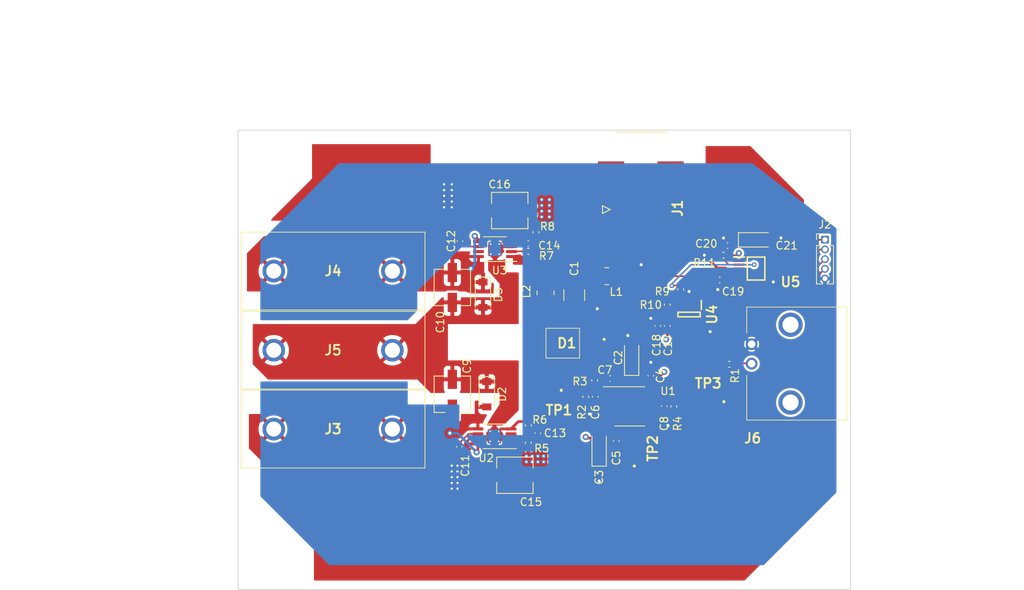
<source format=kicad_pcb>
(kicad_pcb (version 20211014) (generator pcbnew)
  (layers (0 "F.Cu" signal) (1 "In1.Cu" signal) (2 "In2.Cu" signal) (31 "B.Cu" signal) (34 "B.Paste" user) (35 "F.Paste" user) (36 "B.SilkS" user "B.Silkscreen") (37 "F.SilkS" user "F.Silkscreen") (38 "B.Mask" user) (39 "F.Mask" user) (44 "Edge.Cuts" user))
  (net 0 "")
  (net 1 "VREF_LOWER")
  (net 2 "/T_MID")
  (net 3 "+5VA")
  (net 4 "-5VA")
  (net 5 "/detector_frontend/CSA_IN")
  (net 6 "/detector_frontend/CSA_FB")
  (net 7 "Net-(C7-Pad1)")
  (net 8 "Net-(C7-Pad2)")
  (net 9 "/comparator/V_IN")
  (net 10 "/Power Regulators/-VIN")
  (net 11 "/Power Regulators/+VIN")
  (net 12 "Net-(C11-Pad1)")
  (net 13 "Net-(C12-Pad1)")
  (net 14 "Net-(C13-Pad2)")
  (net 15 "Net-(C14-Pad2)")
  (net 16 "Net-(C19-Pad1)")
  (net 17 "/detector_frontend/VBIAS")
  (net 18 "/BIAS_IN")
  (net 19 "/threshold_setting/SPI.~{SYNC}")
  (net 20 "/threshold_setting/SPI.SCK")
  (net 21 "/threshold_setting/SPI.SDI")
  (net 22 "/threshold_setting/SPI.SDO")
  (net 23 "Net-(J6-Pad1)")
  (net 24 "/comparator/COMP_OUT")
  (net 25 "/comparator/VREF")
  (net 26 "Net-(R10-Pad1)")
  (net 30 "GNDA")
  (footprint "cosmic_ray_detector_lib:MAL215375109E3" (layer "F.Cu") (at 88.076 82.469001 -90)
    (fp_text reference "C10")
    (fp_text value "10uF" hide)
  )
  (footprint "Inductor_SMD:L_1008_2520Metric" (layer "F.Cu") (at 108.25 81 180)
    (fp_text reference "L1")
    (fp_text value "L" hide)
  )
  (footprint "NetTie:NetTie-2_SMD_Pad0.5mm" (layer "F.Cu") (at 123.25 80)
    (fp_text reference "NT1" hide)
    (fp_text value "NetTie_2" hide)
  )
  (footprint "cosmic_ray_detector_lib:MAL215375109E3" (layer "F.Cu") (at 88.076 96.42 -90)
    (fp_text reference "C9")
    (fp_text value "10uF" hide)
  )
  (footprint "cosmic_ray_detector_lib:harwin_tp_SMD" (layer "F.Cu") (at 100 96)
    (fp_text reference "TP1")
    (fp_text value "TestPoint" hide)
  )
  (footprint "Capacitor_SMD:C_1210_3225Metric" (layer "F.Cu") (at 104 83.475 90)
    (fp_text reference "C1")
    (fp_text value "C" hide)
  )
  (footprint "cosmic_ray_detector_lib:SOP50P490X110-10N" (layer "F.Cu") (at 127.75 80)
    (fp_text reference "U5")
    (fp_text value "AD5270BRMZ-100-RL7" hide)
  )
  (footprint "cosmic_ray_detector_lib:C_0402_1005Metric" (layer "F.Cu") (at 99.25 101.5 90)
    (fp_text reference "C13")
    (fp_text value "10nF")
  )
  (footprint "Capacitor_Tantalum_SMD:CP_EIA-3216-12_Kemet-S" (layer "F.Cu") (at 127.75 76.25)
    (fp_text reference "C21")
    (fp_text value "10uF" hide)
  )
  (footprint "Capacitor_Tantalum_SMD:CP_EIA-3216-12_Kemet-S" (layer "F.Cu") (at 107.25 103.5 90)
    (fp_text reference "C3")
    (fp_text value "10uF" hide)
  )
  (footprint "cosmic_ray_detector_lib:R_0402_1005Metric" (layer "F.Cu") (at 98 100.5 90)
    (fp_text reference "R6")
    (fp_text value "10k" hide)
  )
  (footprint "cosmic_ray_detector_lib:R_0402_1005Metric" (layer "F.Cu") (at 98 102.75 90)
    (fp_text reference "R5")
    (fp_text value "13k" hide)
  )
  (footprint "cosmic_ray_detector_lib:harwin_tp_SMD" (layer "F.Cu") (at 121.25 97.5)
    (fp_text reference "TP3")
    (fp_text value "~" hide)
  )
  (footprint "cosmic_ray_detector_lib:R_0402_1005Metric" (layer "F.Cu") (at 105.5 96.75 90)
    (fp_text reference "R2")
    (fp_text value "R_US" hide)
  )
  (footprint "cosmic_ray_detector_lib:C_0402_1005Metric" (layer "F.Cu") (at 115.75 97.98 90)
    (fp_text reference "C8")
    (fp_text value "~")
  )
  (footprint "cosmic_ray_detector_lib:R_0402_1005Metric" (layer "F.Cu") (at 98 77.75 180)
    (fp_text reference "R7")
    (fp_text value "12.7k" hide)
  )
  (footprint "cosmic_ray_detector_lib:R_0402_1005Metric" (layer "F.Cu") (at 106.675 94.605 90)
    (fp_text reference "R3")
    (fp_text value "~" hide)
  )
  (footprint "cosmic_ray_detector_lib:D_SOD-123" (layer "F.Cu") (at 92.076 83.42 -90)
    (fp_text reference "D3")
    (fp_text value "12V" hide)
  )
  (footprint "cosmic_ray_detector_lib:MOLEX_731375003" (layer "F.Cu") (at 127.17 92.42 90)
    (fp_text reference "J6")
    (fp_text value "BNC" hide)
  )
  (footprint "cosmic_ray_detector_lib:R_0402_1005Metric" (layer "F.Cu") (at 117.905 82.73 -90)
    (fp_text reference "R9")
    (fp_text value "~" hide)
  )
  (footprint "cosmic_ray_detector_lib:MSOP-8-1EP_3x3mm_P0.65mm_EP1.73x1.85mm_ThermalVias" (layer "F.Cu") (at 93.646 77.46 180)
    (fp_text reference "U3")
    (fp_text value "TPS7A49" hide)
  )
  (footprint "cosmic_ray_detector_lib:C_0402_1005Metric" (layer "F.Cu") (at 109.5 102.52 90)
    (fp_text reference "C5")
    (fp_text value "0.1uF")
  )
  (footprint "cosmic_ray_detector_lib:C_0402_1005Metric" (layer "F.Cu") (at 89 103.27 -90)
    (fp_text reference "C11")
    (fp_text value "22nF")
  )
  (footprint "Inductor_SMD:L_1008_2520Metric" (layer "F.Cu") (at 100.25 83.175 -90)
    (fp_text reference "L2")
    (fp_text value "L" hide)
  )
  (footprint "cosmic_ray_detector_lib:242432" (layer "F.Cu") (at 64.75 100.97)
    (fp_text reference "J3")
    (fp_text value "Black Banana" hide)
  )
  (footprint "cosmic_ray_detector_lib:242431" (layer "F.Cu") (at 64.75 80.3281)
    (fp_text reference "J4")
    (fp_text value "Red Banana" hide)
  )
  (footprint "cosmic_ray_detector_lib:C_0402_1005Metric" (layer "F.Cu") (at 114.905 87.48 90)
    (fp_text reference "C18")
    (fp_text value "2.2uF")
  )
  (footprint "cosmic_ray_detector_lib:VBPW34FAS" (layer "F.Cu") (at 102.5 89.75 180)
    (fp_text reference "D1")
    (fp_text value "VBPW34FAS" hide)
  )
  (footprint "cosmic_ray_detector_lib:R_0402_1005Metric" (layer "F.Cu") (at 123.49 78.25 180)
    (fp_text reference "R11")
    (fp_text value "R_US" hide)
  )
  (footprint "cosmic_ray_detector_lib:R_0402_1005Metric" (layer "F.Cu") (at 116.155 84.72 -90)
    (fp_text reference "R10")
    (fp_text value "R_US" hide)
  )
  (footprint "cosmic_ray_detector_lib:C_0402_1005Metric" (layer "F.Cu") (at 123 81.5 180)
    (fp_text reference "C19")
    (fp_text value "1uF")
  )
  (footprint "MountingHole:MountingHole_3.2mm_M3_DIN965" (layer "F.Cu") (at 135.076 66.92)
    (fp_text reference "REF**" hide)
    (fp_text value "MountingHole_3.2mm_M3_DIN965" hide)
  )
  (footprint "Capacitor_Tantalum_SMD:CP_EIA-3216-12_Kemet-S" (layer "F.Cu") (at 111.5 91.65 90)
    (fp_text reference "C2")
    (fp_text value "10uF" hide)
  )
  (footprint "cosmic_ray_detector_lib:C_0402_1005Metric" (layer "F.Cu") (at 116.155 87.48 90)
    (fp_text reference "C17")
    (fp_text value "0.1uF")
  )
  (footprint "Connector_PinHeader_1.27mm:PinHeader_1x05_P1.27mm_Vertical" (layer "F.Cu") (at 136.75 76.23)
    (fp_text reference "J2")
    (fp_text value "5 pin pin header" hide)
  )
  (footprint "cosmic_ray_detector_lib:MAL215375109E3" (layer "F.Cu") (at 95.576 72.42 180)
    (fp_text reference "C16")
    (fp_text value "10uF" hide)
  )
  (footprint "cosmic_ray_detector_lib:MSOP-8-1EP_3x3mm_P0.65mm_EP1.73x1.85mm_ThermalVias" (layer "F.Cu") (at 93.576 101.92 180)
    (fp_text reference "U2")
    (fp_text value "TPS7A30" hide)
  )
  (footprint "cosmic_ray_detector_lib:242434" (layer "F.Cu") (at 64.75 90.67)
    (fp_text reference "J5")
    (fp_text value "Green Banana" hide)
  )
  (footprint "MountingHole:MountingHole_3.2mm_M3_DIN965" (layer "F.Cu") (at 135.076 116.92)
    (fp_text reference "REF**" hide)
    (fp_text value "MountingHole_3.2mm_M3_DIN965" hide)
  )
  (footprint "cosmic_ray_detector_lib:C_0402_1005Metric" (layer "F.Cu") (at 114 94 90)
    (fp_text reference "C4")
    (fp_text value "0.1uF")
  )
  (footprint "cosmic_ray_detector_lib:C_0402_1005Metric" (layer "F.Cu") (at 89.076 76.42 90)
    (fp_text reference "C12")
    (fp_text value "22nF")
  )
  (footprint "cosmic_ray_detector_lib:R_0402_1005Metric" (layer "F.Cu") (at 124.25 92.5)
    (fp_text reference "R1")
    (fp_text value "R_US" hide)
  )
  (footprint "cosmic_ray_detector_lib:R_0402_1005Metric" (layer "F.Cu") (at 117 98.01 90)
    (fp_text reference "R4")
    (fp_text value "~" hide)
  )
  (footprint "cosmic_ray_detector_lib:MAL215375109E3" (layer "F.Cu") (at 96.25 107 180)
    (fp_text reference "C15")
    (fp_text value "10uF" hide)
  )
  (footprint "MountingHole:MountingHole_3.2mm_M3_DIN965" (layer "F.Cu") (at 65.076 66.92)
    (fp_text reference "REF**" hide)
    (fp_text value "MountingHole_3.2mm_M3_DIN965" hide)
  )
  (footprint "cosmic_ray_detector_lib:C_0402_1005Metric" (layer "F.Cu") (at 124.02 77 180)
    (fp_text reference "C20")
    (fp_text value "0.1uF")
  )
  (footprint "Package_SO:SO-8_3.9x4.9mm_P1.27mm" (layer "F.Cu") (at 111.25 98)
    (fp_text reference "U1")
    (fp_text value "TL072" hide)
  )
  (footprint "cosmic_ray_detector_lib:R_0402_1005Metric" (layer "F.Cu") (at 99 75.26 90)
    (fp_text reference "R8")
    (fp_text value "10k" hide)
  )
  (footprint "MountingHole:MountingHole_3.2mm_M3_DIN965" (layer "F.Cu") (at 65.076 116.92)
    (fp_text reference "REF**" hide)
    (fp_text value "MountingHole_3.2mm_M3_DIN965" hide)
  )
  (footprint "cosmic_ray_detector_lib:C_0402_1005Metric" (layer "F.Cu") (at 97.98 76.75 180)
    (fp_text reference "C14")
    (fp_text value "10nF")
  )
  (footprint "cosmic_ray_detector_lib:C_0402_1005Metric" (layer "F.Cu") (at 108.675 94.365 180)
    (fp_text reference "C7")
    (fp_text value "~")
  )
  (footprint "cosmic_ray_detector_lib:4304502_09" (layer "F.Cu") (at 112.696901 74.6154 90)
    (fp_text reference "J1")
    (fp_text value "MOLEX micro-fit 43045-0210" hide)
  )
  (footprint "cosmic_ray_detector_lib:SOT95P280X145-6N" (layer "F.Cu") (at 119 86 -90)
    (fp_text reference "U4")
    (fp_text value "TLV3501AIDBVTG4" hide)
  )
  (footprint "cosmic_ray_detector_lib:C_0402_1005Metric" (layer "F.Cu") (at 106.75 96.75 90)
    (fp_text reference "C6")
    (fp_text value "C")
  )
  (footprint "cosmic_ray_detector_lib:D_SOD-123" (layer "F.Cu") (at 92.576 96.42 -90)
    (fp_text reference "D2")
    (fp_text value "12V" hide)
  )
  (footprint "cosmic_ray_detector_lib:harwin_tp_SMD" (layer "F.Cu") (at 111.75 103.5 -90)
    (fp_text reference "TP2")
    (fp_text value "~" hide)
  )
  (gr_rect (start 60.076 61.92) (end 140.076 121.92) (layer "Edge.Cuts") (width 0.1) (fill none))
  (segment (start 125.525 80) (end 123.75 80) (width 0.2) (layer "F.Cu") (net 1))
  (segment (start 114 94.48) (end 112.98 94.48) (width 0.35) (layer "F.Cu") (net 3))
  (segment (start 116.155 89.095) (end 116 89.25) (width 0.35) (layer "F.Cu") (net 3))
  (segment (start 124.5 77) (end 125.65 77) (width 0.2) (layer "F.Cu") (net 3))
  (segment (start 114.905 87.96) (end 116.155 87.96) (width 0.35) (layer "F.Cu") (net 3))
  (segment (start 113.825 96.095) (end 113.825 94.655) (width 0.35) (layer "F.Cu") (net 3))
  (segment (start 125.25 78.25) (end 125.5 78) (width 0.2) (layer "F.Cu") (net 3))
  (segment (start 114.77 94.48) (end 114 94.48) (width 0.35) (layer "F.Cu") (net 3))
  (segment (start 125.525 79) (end 124.75 79) (width 0.2) (layer "F.Cu") (net 3))
  (segment (start 124.75 79) (end 124 78.25) (width 0.2) (layer "F.Cu") (net 3))
  (segment (start 117.34 87.96) (end 116.155 87.96) (width 0.35) (layer "F.Cu") (net 3))
  (segment (start 118.05 87.25) (end 117.34 87.96) (width 0.35) (layer "F.Cu") (net 3))
  (segment (start 124 78.25) (end 125.25 78.25) (width 0.2) (layer "F.Cu") (net 3))
  (segment (start 115.75 93.5) (end 114.77 94.48) (width 0.35) (layer "F.Cu") (net 3))
  (segment (start 113.825 94.655) (end 114 94.48) (width 0.35) (layer "F.Cu") (net 3))
  (segment (start 124 78.25) (end 124.5 77.75) (width 0.2) (layer "F.Cu") (net 3))
  (segment (start 124.5 77.75) (end 124.5 77) (width 0.2) (layer "F.Cu") (net 3))
  (segment (start 116.155 87.96) (end 116.155 89.095) (width 0.35) (layer "F.Cu") (net 3))
  (segment (start 112.98 94.48) (end 111.5 93) (width 0.35) (layer "F.Cu") (net 3))
  (segment (start 125.65 77) (end 126.4 76.25) (width 0.2) (layer "F.Cu") (net 3))
  (via (at 100.75 73.25) (size 0.6) (drill 0.3) (layers "F.Cu" "B.Cu") (net 3))
  (via (at 99.75 71.75) (size 0.6) (drill 0.3) (layers "F.Cu" "B.Cu") (net 3))
  (via (at 115.75 93.5) (size 0.8) (drill 0.4) (layers "F.Cu" "B.Cu") (net 3))
  (via (at 125.5 78) (size 0.8) (drill 0.4) (layers "F.Cu" "B.Cu") (net 3))
  (via (at 100.75 72.5) (size 0.6) (drill 0.3) (layers "F.Cu" "B.Cu") (net 3))
  (via (at 99.75 73.25) (size 0.6) (drill 0.3) (layers "F.Cu" "B.Cu") (net 3))
  (via (at 100.75 71.75) (size 0.6) (drill 0.3) (layers "F.Cu" "B.Cu") (net 3))
  (via (at 99.75 72.5) (size 0.6) (drill 0.3) (layers "F.Cu" "B.Cu") (net 3))
  (via (at 99.75 71) (size 0.6) (drill 0.3) (layers "F.Cu" "B.Cu") (net 3))
  (via (at 116 89.25) (size 0.8) (drill 0.4) (layers "F.Cu" "B.Cu") (net 3))
  (via (at 100.75 71) (size 0.6) (drill 0.3) (layers "F.Cu" "B.Cu") (net 3))
  (segment (start 107.25 102.15) (end 105.65 102.15) (width 0.35) (layer "F.Cu") (net 4))
  (segment (start 105.65 102.15) (end 105.5 102) (width 0.35) (layer "F.Cu") (net 4))
  (segment (start 109.5 102.04) (end 109.5 100.73) (width 0.35) (layer "F.Cu") (net 4))
  (segment (start 108.675 99.905) (end 107.25 101.33) (width 0.35) (layer "F.Cu") (net 4))
  (segment (start 109.5 100.73) (end 108.675 99.905) (width 0.35) (layer "F.Cu") (net 4))
  (segment (start 107.25 101.33) (end 107.25 102.15) (width 0.35) (layer "F.Cu") (net 4))
  (via (at 100 105.25) (size 0.6) (drill 0.3) (layers "F.Cu" "B.Cu") (net 4))
  (via (at 99.25 104.5) (size 0.6) (drill 0.3) (layers "F.Cu" "B.Cu") (net 4))
  (via (at 99.25 105.25) (size 0.6) (drill 0.3) (layers "F.Cu" "B.Cu") (net 4))
  (via (at 105.5 102) (size 0.8) (drill 0.4) (layers "F.Cu" "B.Cu") (net 4))
  (via (at 97.75 105.25) (size 0.6) (drill 0.3) (layers "F.Cu" "B.Cu") (net 4))
  (via (at 100 104.5) (size 0.6) (drill 0.3) (layers "F.Cu" "B.Cu") (net 4))
  (via (at 98.5 105.25) (size 0.6) (drill 0.3) (layers "F.Cu" "B.Cu") (net 4))
  (via (at 97.75 104.5) (size 0.6) (drill 0.3) (layers "F.Cu" "B.Cu") (net 4))
  (via (at 98.5 104.5) (size 0.6) (drill 0.3) (layers "F.Cu" "B.Cu") (net 4))
  (segment (start 106.75 97.23) (end 108.54 97.23) (width 0.2) (layer "F.Cu") (net 5))
  (segment (start 100 96) (end 103.707107 96) (width 0.2) (layer "F.Cu") (net 5))
  (segment (start 104.842843 97.26) (end 105.5 97.26) (width 0.2) (layer "F.Cu") (net 5))
  (segment (start 105.53 97.23) (end 105.5 97.26) (width 0.2) (layer "F.Cu") (net 5))
  (segment (start 106.75 97.23) (end 105.53 97.23) (width 0.2) (layer "F.Cu") (net 5))
  (segment (start 108.54 97.23) (end 108.675 97.365) (width 0.2) (layer "F.Cu") (net 5))
  (segment (start 104 94.665685) (end 104 96.292893) (width 0.2) (layer "F.Cu") (net 5))
  (segment (start 106.016421 92.483579) (end 104.117157 94.382843) (width 0.2) (layer "F.Cu") (net 5))
  (segment (start 106.075 89.75) (end 106.075 92.342157) (width 0.2) (layer "F.Cu") (net 5))
  (segment (start 104.146447 96.646447) (end 104.701422 97.201422) (width 0.2) (layer "F.Cu") (net 5))
  (segment (start 103.707107 96) (end 104 96.292893) (width 0.2) (layer "F.Cu") (net 5))
  (arc (start 104 94.665685) (mid 104.030448 94.512612) (end 104.117157 94.382843) (width 0.2) (layer "F.Cu") (net 5))
  (arc (start 104.701422 97.201422) (mid 104.766307 97.244776) (end 104.842843 97.26) (width 0.2) (layer "F.Cu") (net 5))
  (arc (start 104 96.292893) (mid 104.03806 96.484235) (end 104.146447 96.646447) (width 0.2) (layer "F.Cu") (net 5))
  (arc (start 106.016421 92.483579) (mid 106.059776 92.418694) (end 106.075 92.342157) (width 0.2) (layer "F.Cu") (net 5))
  (segment (start 111.75 98.5) (end 109.5 96.25) (width 0.2) (layer "F.Cu") (net 6))
  (segment (start 106.75 96.27) (end 106.75 95.19) (width 0.2) (layer "F.Cu") (net 6))
  (segment (start 105.5 96.24) (end 106.72 96.24) (width 0.2) (layer "F.Cu") (net 6))
  (segment (start 106.72 96.24) (end 106.75 96.27) (width 0.2) (layer "F.Cu") (net 6))
  (segment (start 108.675 96.095) (end 106.925 96.095) (width 0.2) (layer "F.Cu") (net 6))
  (segment (start 106.925 96.095) (end 106.75 96.27) (width 0.2) (layer "F.Cu") (net 6))
  (segment (start 111.75 103.5) (end 111.75 98.5) (width 0.2) (layer "F.Cu") (net 6))
  (segment (start 106.75 95.19) (end 106.675 95.115) (width 0.2) (layer "F.Cu") (net 6))
  (segment (start 108.25 93.25) (end 109.155 94.155) (width 0.2) (layer "F.Cu") (net 7))
  (segment (start 106.675 94.095) (end 107.52 93.25) (width 0.2) (layer "F.Cu") (net 7))
  (segment (start 109.155 94.155) (end 109.155 94.365) (width 0.2) (layer "F.Cu") (net 7))
  (segment (start 107.52 93.25) (end 108.25 93.25) (width 0.2) (layer "F.Cu") (net 7))
  (segment (start 109.08 95.25) (end 109.75 95.25) (width 0.2) (layer "F.Cu") (net 8))
  (segment (start 109.75 95.25) (end 113.135 98.635) (width 0.2) (layer "F.Cu") (net 8))
  (segment (start 113.825 98.635) (end 115.575 98.635) (width 0.2) (layer "F.Cu") (net 8))
  (segment (start 108.195 94.365) (end 109.08 95.25) (width 0.2) (layer "F.Cu") (net 8))
  (segment (start 115.81 98.52) (end 115.75 98.46) (width 0.2) (layer "F.Cu") (net 8))
  (segment (start 117 98.52) (end 115.81 98.52) (width 0.2) (layer "F.Cu") (net 8))
  (segment (start 115.575 98.635) (end 115.75 98.46) (width 0.2) (layer "F.Cu") (net 8))
  (segment (start 113.135 98.635) (end 113.825 98.635) (width 0.2) (layer "F.Cu") (net 8))
  (segment (start 119.95 82.2) (end 119.95 84.75) (width 0.2) (layer "F.Cu") (net 9))
  (segment (start 117 97.5) (end 121.25 97.5) (width 0.2) (layer "F.Cu") (net 9))
  (segment (start 115.75 97.5) (end 113.96 97.5) (width 0.2) (layer "F.Cu") (net 9))
  (segment (start 117 97.5) (end 117 92.5) (width 0.2) (layer "F.Cu") (net 9))
  (segment (start 117 97.5) (end 115.75 97.5) (width 0.2) (layer "F.Cu") (net 9))
  (segment (start 112.75 88.25) (end 112.75 84) (width 0.2) (layer "F.Cu") (net 9))
  (segment (start 112.75 84) (end 115.75 81) (width 0.2) (layer "F.Cu") (net 9))
  (segment (start 118.75 81) (end 119.95 82.2) (width 0.2) (layer "F.Cu") (net 9))
  (segment (start 113.96 97.5) (end 113.825 97.365) (width 0.2) (layer "F.Cu") (net 9))
  (segment (start 117 92.5) (end 112.75 88.25) (width 0.2) (layer "F.Cu") (net 9))
  (segment (start 115.75 81) (end 118.75 81) (width 0.2) (layer "F.Cu") (net 9))
  (segment (start 91.4135 102.895) (end 91.4135 103.8365) (width 0.35) (layer "F.Cu") (net 10))
  (segment (start 91.4135 103.8365) (end 91.25 104) (width 0.35) (layer "F.Cu") (net 10))
  (via (at 87.75 101.5) (size 0.8) (drill 0.4) (layers "F.Cu" "B.Cu") (net 10))
  (via (at 91.25 104) (size 0.8) (drill 0.4) (layers "F.Cu" "B.Cu") (net 10))
  (segment (start 88.75 101.5) (end 87.75 101.5) (width 0.35) (layer "B.Cu") (net 10))
  (segment (start 91.25 104) (end 88.75 101.5) (width 0.35) (layer "B.Cu") (net 10))
  (segment (start 91.4835 76.485) (end 91.4835 76.2335) (width 0.35) (layer "F.Cu") (net 11))
  (segment (start 91.4835 79.0165) (end 91.4835 78.435) (width 0.35) (layer "F.Cu") (net 11))
  (segment (start 91.4835 76.2335) (end 91 75.75) (width 0.35) (layer "F.Cu") (net 11))
  (segment (start 90.5 80) (end 91.4835 79.0165) (width 0.35) (layer "F.Cu") (net 11))
  (via (at 91 75.75) (size 0.8) (drill 0.4) (layers "F.Cu" "B.Cu") (net 11))
  (via (at 90.5 80) (size 0.8) (drill 0.4) (layers "F.Cu" "B.Cu") (net 11))
  (segment (start 91 79.5) (end 90.5 80) (width 0.35) (layer "B.Cu") (net 11))
  (segment (start 91 75.75) (end 91 79.5) (width 0.35) (layer "B.Cu") (net 11))
  (segment (start 90.195 101.595) (end 91.4135 101.595) (width 0.2) (layer "F.Cu") (net 12))
  (segment (start 89 102.79) (end 90.195 101.595) (width 0.2) (layer "F.Cu") (net 12))
  (segment (start 91.4835 77.135) (end 89.311 77.135) (width 0.2) (layer "F.Cu") (net 13))
  (segment (start 89.311 77.135) (end 89.076 76.9) (width 0.2) (layer "F.Cu") (net 13))
  (segment (start 99.24 101.01) (end 99.25 101.02) (width 0.2) (layer "F.Cu") (net 14))
  (segment (start 95.7435 102.24) (end 95.7385 102.245) (width 0.2) (layer "F.Cu") (net 14))
  (segment (start 98 101.01) (end 98 102.24) (width 0.2) (layer "F.Cu") (net 14))
  (segment (start 98 102.24) (end 95.7435 102.24) (width 0.2) (layer "F.Cu") (net 14))
  (segment (start 98 101.01) (end 99.24 101.01) (width 0.2) (layer "F.Cu") (net 14))
  (segment (start 97.5 76.75) (end 97.5 77.74) (width 0.2) (layer "F.Cu") (net 15))
  (segment (start 98.437715 75.77) (end 97.5 76.707715) (width 0.2) (layer "F.Cu") (net 15))
  (segment (start 95.8435 77.75) (end 95.8085 77.785) (width 0.2) (layer "F.Cu") (net 15))
  (segment (start 97.5 76.707715) (end 97.5 76.75) (width 0.2) (layer "F.Cu") (net 15))
  (segment (start 97.49 77.75) (end 95.8435 77.75) (width 0.2) (layer "F.Cu") (net 15))
  (segment (start 99 75.77) (end 98.437715 75.77) (width 0.2) (layer "F.Cu") (net 15))
  (segment (start 97.5 77.74) (end 97.49 77.75) (width 0.2) (layer "F.Cu") (net 15))
  (segment (start 123.930489 81.049511) (end 125.525 81.049511) (width 0.2) (layer "F.Cu") (net 16))
  (segment (start 123.48 81.5) (end 123.930489 81.049511) (width 0.2) (layer "F.Cu") (net 16))
  (segment (start 98.925 85.575) (end 98.925 89.75) (width 0.5) (layer "F.Cu") (net 17))
  (segment (start 100.25 84.25) (end 98.925 85.575) (width 0.5) (layer "F.Cu") (net 17))
  (segment (start 109.500736 75.496564) (end 112.696901 72.3004) (width 0.25) (layer "F.Cu") (net 18))
  (segment (start 109.325 75.920828) (end 109.325 81) (width 0.25) (layer "F.Cu") (net 18))
  (arc (start 109.325 75.920828) (mid 109.370672 75.691218) (end 109.500736 75.496564) (width 0.25) (layer "F.Cu") (net 18))
  (segment (start 136.02 76.23) (end 136.75 76.23) (width 0.2) (layer "F.Cu") (net 19))
  (segment (start 129.975 79) (end 133.25 79) (width 0.2) (layer "F.Cu") (net 19))
  (segment (start 133.25 79) (end 136.02 76.23) (width 0.2) (layer "F.Cu") (net 19))
  (segment (start 134.821292 78.784041) (end 134.704139 78.901195) (width 0.2) (layer "F.Cu") (net 20))
  (segment (start 134.704139 78.901195) (end 134.105335 79.5) (width 0.2) (layer "F.Cu") (net 20))
  (segment (start 134.938446 78.052666) (end 134.938446 78.052667) (width 0.2) (layer "F.Cu") (net 20))
  (segment (start 136.105335 77.5) (end 135.552668 78.052667) (width 0.2) (layer "F.Cu") (net 20))
  (segment (start 136.75 77.5) (end 136.105335 77.5) (width 0.2) (layer "F.Cu") (net 20))
  (segment (start 134.821291 78.784042) (end 134.821292 78.784041) (width 0.2) (layer "F.Cu") (net 20))
  (segment (start 134.938446 78.052667) (end 134.821292 78.16982) (width 0.2) (layer "F.Cu") (net 20))
  (segment (start 134.105335 79.5) (end 129.975 79.5) (width 0.2) (layer "F.Cu") (net 20))
  (segment (start 134.821292 78.47693) (end 134.821292 78.476931) (width 0.2) (layer "F.Cu") (net 20))
  (segment (start 135.245556 78.052667) (end 135.245557 78.052667) (width 0.2) (layer "F.Cu") (net 20))
  (arc (start 135.552668 78.052667) (mid 135.399112 78.116272) (end 135.245556 78.052667) (width 0.2) (layer "F.Cu") (net 20))
  (arc (start 134.821292 78.16982) (mid 134.757687 78.323375) (end 134.821292 78.47693) (width 0.2) (layer "F.Cu") (net 20))
  (arc (start 134.821292 78.476931) (mid 134.884896 78.630487) (end 134.821291 78.784042) (width 0.2) (layer "F.Cu") (net 20))
  (arc (start 135.245557 78.052667) (mid 135.092002 77.989062) (end 134.938446 78.052666) (width 0.2) (layer "F.Cu") (net 20))
  (segment (start 136.75 78.77) (end 135.52 80) (width 0.2) (layer "F.Cu") (net 21))
  (segment (start 129.975 80) (end 134.32 80) (width 0.2) (layer "F.Cu") (net 21))
  (arc (start 135.52 80) (mid 135.307868 79.912132) (end 135.22 79.7) (width 0.2) (layer "F.Cu") (net 21))
  (arc (start 134.92 79.4) (mid 134.707868 79.487868) (end 134.62 79.7) (width 0.2) (layer "F.Cu") (net 21))
  (arc (start 134.62 79.7) (mid 134.532132 79.912132) (end 134.32 80) (width 0.2) (layer "F.Cu") (net 21))
  (arc (start 135.22 79.7) (mid 135.132132 79.487868) (end 134.92 79.4) (width 0.2) (layer "F.Cu") (net 21))
  (segment (start 136.75 80.04) (end 136.29 80.5) (width 0.2) (layer "F.Cu") (net 22))
  (segment (start 129.975 80.5) (end 133.3 80.5) (width 0.2) (layer "F.Cu") (net 22))
  (segment (start 134.2 80.8) (end 134.2 80.974756) (width 0.2) (layer "F.Cu") (net 22))
  (segment (start 136.29 80.5) (end 134.5 80.5) (width 0.2) (layer "F.Cu") (net 22))
  (segment (start 133.6 80.974756) (end 133.6 80.8) (width 0.2) (layer "F.Cu") (net 22))
  (arc (start 134.2 80.974756) (mid 134.112132 81.186888) (end 133.9 81.274756) (width 0.2) (layer "F.Cu") (net 22))
  (arc (start 133.9 81.274756) (mid 133.687868 81.186888) (end 133.6 80.974756) (width 0.2) (layer "F.Cu") (net 22))
  (arc (start 133.6 80.8) (mid 133.512132 80.587868) (end 133.3 80.5) (width 0.2) (layer "F.Cu") (net 22))
  (arc (start 134.5 80.5) (mid 134.287868 80.587868) (end 134.2 80.8) (width 0.2) (layer "F.Cu") (net 22))
  (segment (start 124.8819 92.3781) (end 127.691 92.3781) (width 0.2) (layer "F.Cu") (net 23))
  (segment (start 124.76 92.5) (end 124.8819 92.3781) (width 0.2) (layer "F.Cu") (net 23))
  (segment (start 119 88.05) (end 123.45 92.5) (width 0.2) (layer "F.Cu") (net 24))
  (segment (start 118.750489 86.250489) (end 119 86.5) (width 0.2) (layer "F.Cu") (net 24))
  (segment (start 123.45 92.5) (end 123.74 92.5) (width 0.2) (layer "F.Cu") (net 24))
  (segment (start 119 86.5) (end 119 87.25) (width 0.2) (layer "F.Cu") (net 24))
  (segment (start 117.175489 86.250489) (end 118.750489 86.250489) (width 0.2) (layer "F.Cu") (net 24))
  (segment (start 116.155 85.23) (end 117.175489 86.250489) (width 0.2) (layer "F.Cu") (net 24))
  (segment (start 119 87.25) (end 119 88.05) (width 0.2) (layer "F.Cu") (net 24))
  (segment (start 122.98 78.305925) (end 124.174075 79.5) (width 0.2) (layer "F.Cu") (net 25))
  (segment (start 116.75 82.25) (end 116.78 82.22) (width 0.2) (layer "F.Cu") (net 25))
  (segment (start 116.78 82.22) (end 117.905 82.22) (width 0.2) (layer "F.Cu") (net 25))
  (segment (start 124.174075 79.5) (end 125.525 79.5) (width 0.2) (layer "F.Cu") (net 25))
  (segment (start 122.98 78.25) (end 122.98 78.305925) (width 0.2) (layer "F.Cu") (net 25))
  (segment (start 125.525 79.5) (end 127.5 79.5) (width 0.2) (layer "F.Cu") (net 25))
  (via (at 127.5 79.5) (size 0.6) (drill 0.3) (layers "F.Cu" "B.Cu") (net 25))
  (via (at 116.75 82.25) (size 0.6) (drill 0.3) (layers "F.Cu" "B.Cu") (net 25))
  (segment (start 116.75 82) (end 119.25 79.5) (width 0.2) (layer "B.Cu") (net 25))
  (segment (start 119.25 79.5) (end 127.5 79.5) (width 0.2) (layer "B.Cu") (net 25))
  (segment (start 116.75 82.25) (end 116.75 82) (width 0.2) (layer "B.Cu") (net 25))
  (segment (start 117.905 84.605) (end 118.05 84.75) (width 0.2) (layer "F.Cu") (net 26))
  (segment (start 117.905 83.24) (end 117.905 84.605) (width 0.2) (layer "F.Cu") (net 26))
  (segment (start 116.695 84.75) (end 116.155 84.21) (width 0.2) (layer "F.Cu") (net 26))
  (segment (start 118.05 84.75) (end 116.695 84.75) (width 0.2) (layer "F.Cu") (net 26))
  (segment (start 119.95 87.25) (end 120.75 87.25) (width 0.35) (layer "F.Cu") (net 30))
  (segment (start 123.998327 80.599511) (end 123.501673 80.599511) (width 0.2) (layer "F.Cu") (net 30))
  (segment (start 89.076 75.94) (end 89.076 73.076) (width 0.35) (layer "F.Cu") (net 30))
  (segment (start 124.097838 80.5) (end 123.998327 80.599511) (width 0.2) (layer "F.Cu") (net 30))
  (segment (start 95.7385 100.945) (end 94.451 100.945) (width 0.35) (layer "F.Cu") (net 30))
  (segment (start 122.52 82.52) (end 122.75 82.75) (width 0.35) (layer "F.Cu") (net 30))
  (segment (start 94.451 100.945) (end 94.126 101.27) (width 0.35) (layer "F.Cu") (net 30))
  (segment (start 96.6935 99.99) (end 95.7385 100.945) (width 0.35) (layer "F.Cu") (net 30))
  (segment (start 125.525 80.5) (end 124.097838 80.5) (width 0.2) (layer "F.Cu") (net 30))
  (segment (start 89 105.5) (end 88.75 105.75) (width 0.35) (layer "F.Cu") (net 30))
  (segment (start 108.675 98.635) (end 106.365 98.635) (width 0.35) (layer "F.Cu") (net 30))
  (segment (start 89 103.75) (end 89 105.5) (width 0.35) (layer "F.Cu") (net 30))
  (segment (start 109.1 103) (end 107.25 104.85) (width 0.35) (layer "F.Cu") (net 30))
  (segment (start 123 80.097838) (end 123 80) (width 0.2) (layer "F.Cu") (net 30))
  (segment (start 119 84.75) (end 119 83) (width 0.35) (layer "F.Cu") (net 30))
  (segment (start 99 74.75) (end 97.5435 74.75) (width 0.2) (layer "F.Cu") (net 30))
  (segment (start 123.54 76.04) (end 123.5 76) (width 0.35) (layer "F.Cu") (net 30))
  (segment (start 120.75 87.25) (end 121.75 88.25) (width 0.35) (layer "F.Cu") (net 30))
  (segment (start 114.905 87) (end 114.5 87) (width 0.35) (layer "F.Cu") (net 30))
  (segment (start 130.75 76.25) (end 131 76) (width 0.35) (layer "F.Cu") (net 30))
  (segment (start 129.1 76.25) (end 130.75 76.25) (width 0.35) (layer "F.Cu") (net 30))
  (segment (start 114.5 87) (end 114 86.5) (width 0.35) (layer "F.Cu") (net 30))
  (segment (start 122.75 80) (end 121 78.25) (width 0.35) (layer "F.Cu") (net 30))
  (segment (start 104.3 85.25) (end 107 85.25) (width 0.35) (layer "F.Cu") (net 30))
  (segment (start 106.365 98.635) (end 106 99) (width 0.35) (layer "F.Cu") (net 30))
  (segment (start 129.975 81) (end 129.975 81.725) (width 0.2) (layer "F.Cu") (net 30))
  (segment (start 123.54 77) (end 123.54 76.04) (width 0.35) (layer "F.Cu") (net 30))
  (segment (start 109.5 103) (end 109.1 103) (width 0.35) (layer "F.Cu") (net 30))
  (segment (start 114 93.52) (end 114 92.25) (width 0.35) (layer "F.Cu") (net 30))
  (segment (start 112.696901 79.446901) (end 112.75 79.5) (width 0.35) (layer "F.Cu") (net 30))
  (segment (start 112.696901 76.8085) (end 112.696901 79.446901) (width 0.35) (layer "F.Cu") (net 30))
  (segment (start 98 99.99) (end 96.6935 99.99) (width 0.35) (layer "F.Cu") (net 30))
  (segment (start 104 84.95) (end 104.3 85.25) (width 0.35) (layer "F.Cu") (net 30))
  (segment (start 111.5 89.25) (end 111 88.75) (width 0.35) (layer "F.Cu") (net 30))
  (segment (start 129.975 81.725) (end 130 81.75) (width 0.2) (layer "F.Cu") (net 30))
  (segment (start 107.25 104.85) (end 107.25 107.75) (width 0.35) (layer "F.Cu") (net 30))
  (segment (start 111.5 90.3) (end 111.5 89.25) (width 0.35) (layer "F.Cu") (net 30))
  (segment (start 122.52 81.5) (end 122.52 82.52) (width 0.35) (layer "F.Cu") (net 30))
  (segment (start 89.076 73.076) (end 88 72) (width 0.35) (layer "F.Cu") (net 30))
  (segment (start 115.655 99.905) (end 116.25 100.5) (width 0.35) (layer "F.Cu") (net 30))
  (segment (start 116.155 87) (end 114.905 87) (width 0.35) (layer "F.Cu") (net 30))
  (segment (start 97.5435 74.75) (end 95.8085 76.485) (width 0.2) (layer "F.Cu") (net 30))
  (segment (start 123.501673 80.599511) (end 123 80.097838) (width 0.2) (layer "F.Cu") (net 30))
  (segment (start 113.825 99.905) (end 115.655 99.905) (width 0.35) (layer "F.Cu") (net 30))
  (via (at 88.75 108) (size 0.6) (drill 0.3) (layers "F.Cu" "B.Cu") (net 30))
  (via (at 87 70.5) (size 0.6) (drill 0.3) (layers "F.Cu" "B.Cu") (net 30))
  (via (at 88 71.25) (size 0.6) (drill 0.3) (layers "F.Cu" "B.Cu") (net 30))
  (via (at 111 88.75) (size 0.8) (drill 0.4) (layers "F.Cu" "B.Cu") (net 30))
  (via (at 88.75 106.5) (size 0.6) (drill 0.3) (layers "F.Cu" "B.Cu") (net 30))
  (via (at 122.75 82.75) (size 0.8) (drill 0.4) (layers "F.Cu" "B.Cu") (net 30))
  (via (at 88.75 107.25) (size 0.6) (drill 0.3) (layers "F.Cu" "B.Cu") (net 30))
  (via (at 131 76) (size 0.8) (drill 0.4) (layers "F.Cu" "B.Cu") (net 30))
  (via (at 121 78.25) (size 0.8) (drill 0.4) (layers "F.Cu" "B.Cu") (net 30))
  (via (at 114 92.25) (size 0.8) (drill 0.4) (layers "F.Cu" "B.Cu") (net 30))
  (via (at 130 81.75) (size 0.8) (drill 0.4) (layers "F.Cu" "B.Cu") (net 30))
  (via (at 88 107.25) (size 0.6) (drill 0.3) (layers "F.Cu" "B.Cu") (net 30))
  (via (at 106 99) (size 0.8) (drill 0.4) (layers "F.Cu" "B.Cu") (net 30))
  (via (at 121.75 88.25) (size 0.8) (drill 0.4) (layers "F.Cu" "B.Cu") (net 30))
  (via (at 116.25 100.5) (size 0.8) (drill 0.4) (layers "F.Cu" "B.Cu") (net 30))
  (via (at 88 72) (size 0.6) (drill 0.3) (layers "F.Cu" "B.Cu") (net 30))
  (via (at 88 69) (size 0.6) (drill 0.3) (layers "F.Cu" "B.Cu") (net 30))
  (via (at 112.75 79.5) (size 0.8) (drill 0.4) (layers "F.Cu" "B.Cu") (net 30))
  (via (at 88 106.5) (size 0.6) (drill 0.3) (layers "F.Cu" "B.Cu") (net 30))
  (via (at 114 86.5) (size 0.8) (drill 0.4) (layers "F.Cu" "B.Cu") (net 30))
  (via (at 87 71.25) (size 0.6) (drill 0.3) (layers "F.Cu" "B.Cu") (net 30))
  (via (at 88 108.75) (size 0.6) (drill 0.3) (layers "F.Cu" "B.Cu") (net 30))
  (via (at 87 69) (size 0.6) (drill 0.3) (layers "F.Cu" "B.Cu") (net 30))
  (via (at 88.75 108.75) (size 0.6) (drill 0.3) (layers "F.Cu" "B.Cu") (net 30))
  (via (at 88 105.75) (size 0.6) (drill 0.3) (layers "F.Cu" "B.Cu") (net 30))
  (via (at 88.75 105.75) (size 0.6) (drill 0.3) (layers "F.Cu" "B.Cu") (net 30))
  (via (at 87 69.75) (size 0.6) (drill 0.3) (layers "F.Cu" "B.Cu") (net 30))
  (via (at 88 108) (size 0.6) (drill 0.3) (layers "F.Cu" "B.Cu") (net 30))
  (via (at 107 85.25) (size 0.8) (drill 0.4) (layers "F.Cu" "B.Cu") (net 30))
  (via (at 87 72) (size 0.6) (drill 0.3) (layers "F.Cu" "B.Cu") (net 30))
  (via (at 88 70.5) (size 0.6) (drill 0.3) (layers "F.Cu" "B.Cu") (net 30))
  (via (at 119 83) (size 0.8) (drill 0.4) (layers "F.Cu" "B.Cu") (net 30))
  (via (at 123.5 76) (size 0.8) (drill 0.4) (layers "F.Cu" "B.Cu") (net 30))
  (via (at 88 69.75) (size 0.6) (drill 0.3) (layers "F.Cu" "B.Cu") (net 30))
  (via (at 107.25 107.75) (size 0.8) (drill 0.4) (layers "F.Cu" "B.Cu") (net 30))
  (zone (net 30) (net_name "GNDA") (layer "F.Cu") (connect_pads (clearance 0.3)) (min_thickness 0.254) (fill yes (thermal_gap 0.508) (thermal_bridge_width 0.508) (smoothing fillet))
    (polygon (pts (xy 96.25 111) (xy 87.5 111) (xy 87.5 105) (xy 91.5 105) (xy 92.5 104) (xy 96.25 104)))
  )
  (zone (net 4) (net_name "-5VA") (layer "F.Cu") (connect_pads (clearance 0.3)) (min_thickness 0.254) (fill yes (thermal_gap 0.508) (thermal_bridge_width 0.508) (smoothing fillet))
    (polygon (pts (xy 100.5 103.75) (xy 100.5 110) (xy 96.75 110) (xy 96.75 103.25) (xy 95.75 103.25) (xy 95.75 101.75) (xy 100.5 101.75)))
  )
  (zone (net 2) (net_name "/T_MID") (layer "F.Cu") (connect_pads (clearance 0.3)) (min_thickness 0.254) (fill yes (thermal_gap 0.2) (thermal_bridge_width 0.508) (smoothing fillet))
    (polygon (pts (xy 108.5 82.25) (xy 107.75 83) (xy 99 83) (xy 99 81.875) (xy 99 80.25) (xy 104.25 80.25) (xy 105.5 79.25) (xy 108.5 79.25)))
  )
  (zone (net 11) (net_name "/Power Regulators/+VIN") (layer "F.Cu") (connect_pads (clearance 0.3)) (min_thickness 0.254) (fill yes (thermal_gap 0.508) (thermal_bridge_width 0.508) (smoothing fillet))
    (polygon (pts (xy 87.75 77.75) (xy 92.25 77.75) (xy 92.25 80.5) (xy 93.5 82) (xy 93.5 83.25) (xy 90.5 83.25) (xy 89.75 83) (xy 61.25 83) (xy 61.25 78) (xy 63.5 75.75) (xy 85.75 75.75)))
  )
  (zone (net 0) (net_name "") (layer "F.Cu") (connect_pads (clearance 0.3)) (min_thickness 0.254) (fill yes (thermal_gap 0.508) (thermal_bridge_width 0.508) (smoothing fillet))
    (polygon (pts (xy 126.25 120.75) (xy 70 120.75) (xy 70 112.75) (xy 101.25 112.75) (xy 104.5 109.5) (xy 137.5 109.5)))
  )
  (zone (net 3) (net_name "+5VA") (layer "F.Cu") (connect_pads (clearance 0.3)) (min_thickness 0.254) (fill yes (thermal_gap 0.508) (thermal_bridge_width 0.508) (smoothing fillet))
    (polygon (pts (xy 101.5 79.5) (xy 96 79.5) (xy 96 78.25) (xy 98.25 78) (xy 98.25 73.75) (xy 96.25 73.75) (xy 96.25 69.75) (xy 101.5 69.75)))
  )
  (zone (net 0) (net_name "") (layer "F.Cu") (connect_pads (clearance 0.3)) (min_thickness 0.254) (fill yes (thermal_gap 0.508) (thermal_bridge_width 0.508) (smoothing fillet))
    (polygon (pts (xy 121.157699 64) (xy 127 64) (xy 134 71) (xy 134 74.25) (xy 121.157699 74.25) (xy 121.157699 64)))
  )
  (zone (net 10) (net_name "/Power Regulators/-VIN") (layer "F.Cu") (connect_pads (clearance 0.3)) (min_thickness 0.254) (fill yes (thermal_gap 0.508) (thermal_bridge_width 0.508) (smoothing fillet))
    (polygon (pts (xy 88 103.75) (xy 91.75 103.75) (xy 91.75 101) (xy 92.25 99.75) (xy 93.75 97.25) (xy 91 97.25) (xy 91 99) (xy 61.5 99) (xy 61.5 103.5) (xy 63.75 105.75) (xy 86 105.75)))
  )
  (zone (net 0) (net_name "") (layer "F.Cu") (connect_pads (clearance 0.3)) (min_thickness 0.254) (fill yes (thermal_gap 0.508) (thermal_bridge_width 0.508) (smoothing fillet))
    (polygon (pts (xy 85.25 73.75) (xy 64.25 73.75) (xy 69.75 68.25) (xy 69.75 63.75) (xy 85.25 63.75)))
  )
  (zone (net 30) (net_name "GNDA") (layer "F.Cu") (connect_pads (clearance 0.3)) (min_thickness 0.254) (fill yes (thermal_gap 0.508) (thermal_bridge_width 0.508) (smoothing fillet))
    (polygon (pts (xy 95.25 68.25) (xy 86 68.25) (xy 86 74.25) (xy 90.5 74.25) (xy 91.5 75.25) (xy 95.25 75.25)))
  )
  (zone (net 30) (net_name "GNDA") (layer "F.Cu") (connect_pads (clearance 0.3)) (min_thickness 0.254) (fill yes (thermal_gap 0.508) (thermal_bridge_width 0.508) (smoothing fillet))
    (polygon (pts (xy 97.5 77) (xy 97.499999 77.75) (xy 97.499999 77.75) (xy 94.999999 77.75) (xy 94.999999 80.5) (xy 96.749999 80.5) (xy 96.749999 87.25) (xy 87.499999 87.25) (xy 87.499999 92) (xy 96.749999 92) (xy 96.749999 98.5) (xy 94.749999 100.5) (xy 94.749999 104) (xy 92.5 104) (xy 92.499999 100.5) (xy 93.249999 99.25) (xy 94.249999 97.75) (xy 94.249999 96.25) (xy 85.249999 96.25) (xy 83.499999 94.5) (xy 63.999999 94.5) (xy 61.999999 92.5) (xy 61.999999 87.25) (xy 83.249999 87.25) (xy 86.749999 83.75) (xy 94.249999 83.75) (xy 94.249999 82) (xy 92.749999 80.25) (xy 92.749999 74.5) (xy 97.5 74.5)))
  )
  (zone (net 30) (net_name "GNDA") (layer "B.Cu") (connect_pads (clearance 0.3)) (min_thickness 0.254) (fill yes (thermal_gap 0.2) (thermal_bridge_width 0.508) (smoothing fillet))
    (polygon (pts (xy 82.25 97.75) (xy 89 97.75) (xy 89 101.75) (xy 97.25 101.75) (xy 97.25 77.25) (xy 89.25 77.25) (xy 83.5 83) (xy 83.5 85.5) (xy 82.25 86.75) (xy 63 86.75) (xy 63 76.5) (xy 73.25 66.25) (xy 127.25 66.25) (xy 138.25 74.75) (xy 138.25 109.25) (xy 128.75 118.75) (xy 72 118.75) (xy 63 109.75) (xy 63 94.75) (xy 82.25 94.75)))
  )
)
</source>
